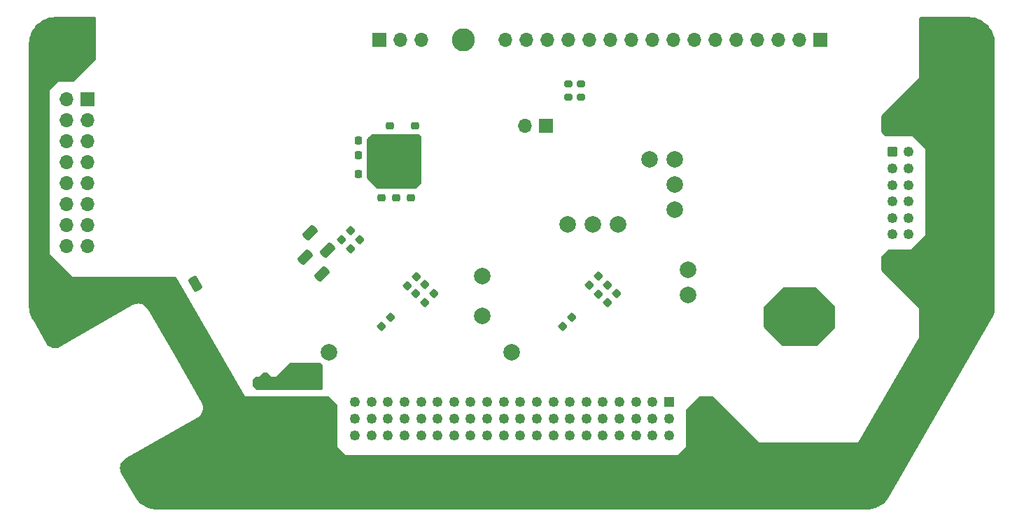
<source format=gbs>
%TF.GenerationSoftware,KiCad,Pcbnew,7.0.1-0*%
%TF.CreationDate,2023-07-11T13:22:56-05:00*%
%TF.ProjectId,plenum,706c656e-756d-42e6-9b69-6361645f7063,2*%
%TF.SameCoordinates,PXbe27330PY316a640*%
%TF.FileFunction,Soldermask,Bot*%
%TF.FilePolarity,Negative*%
%FSLAX46Y46*%
G04 Gerber Fmt 4.6, Leading zero omitted, Abs format (unit mm)*
G04 Created by KiCad (PCBNEW 7.0.1-0) date 2023-07-11 13:22:56*
%MOMM*%
%LPD*%
G01*
G04 APERTURE LIST*
G04 Aperture macros list*
%AMRoundRect*
0 Rectangle with rounded corners*
0 $1 Rounding radius*
0 $2 $3 $4 $5 $6 $7 $8 $9 X,Y pos of 4 corners*
0 Add a 4 corners polygon primitive as box body*
4,1,4,$2,$3,$4,$5,$6,$7,$8,$9,$2,$3,0*
0 Add four circle primitives for the rounded corners*
1,1,$1+$1,$2,$3*
1,1,$1+$1,$4,$5*
1,1,$1+$1,$6,$7*
1,1,$1+$1,$8,$9*
0 Add four rect primitives between the rounded corners*
20,1,$1+$1,$2,$3,$4,$5,0*
20,1,$1+$1,$4,$5,$6,$7,0*
20,1,$1+$1,$6,$7,$8,$9,0*
20,1,$1+$1,$8,$9,$2,$3,0*%
%AMFreePoly0*
4,1,21,-0.625000,0.375000,-0.605970,0.470671,-0.551777,0.551777,-0.470671,0.605970,-0.375000,0.625000,0.375000,0.625000,0.470671,0.605970,0.551777,0.551777,0.605970,0.470671,0.625000,0.375000,0.625000,-0.375000,0.605970,-0.470671,0.551777,-0.551777,0.470671,-0.605970,0.375000,-0.625000,-0.375000,-0.625000,-0.470671,-0.605970,-0.551777,-0.551777,-0.605970,-0.470671,-0.625000,-0.375000,
-0.625000,0.375000,-0.625000,0.375000,$1*%
G04 Aperture macros list end*
%ADD10RoundRect,0.225000X0.017678X-0.335876X0.335876X-0.017678X-0.017678X0.335876X-0.335876X0.017678X0*%
%ADD11RoundRect,0.250000X0.689429X0.229810X0.229810X0.689429X-0.689429X-0.229810X-0.229810X-0.689429X0*%
%ADD12C,5.892800*%
%ADD13C,2.000000*%
%ADD14RoundRect,0.225000X-0.017678X0.335876X-0.335876X0.017678X0.017678X-0.335876X0.335876X-0.017678X0*%
%ADD15C,2.800000*%
%ADD16R,1.700000X1.700000*%
%ADD17O,1.700000X1.700000*%
%ADD18C,1.500000*%
%ADD19C,3.000000*%
%ADD20RoundRect,0.312500X0.312500X-0.312500X0.312500X0.312500X-0.312500X0.312500X-0.312500X-0.312500X0*%
%ADD21C,1.250000*%
%ADD22C,3.500000*%
%ADD23FreePoly0,90.000000*%
%ADD24RoundRect,0.250000X1.075000X-0.312500X1.075000X0.312500X-1.075000X0.312500X-1.075000X-0.312500X0*%
%ADD25RoundRect,0.250000X-0.689429X-0.229810X-0.229810X-0.689429X0.689429X0.229810X0.229810X0.689429X0*%
%ADD26RoundRect,0.225000X0.250000X-0.225000X0.250000X0.225000X-0.250000X0.225000X-0.250000X-0.225000X0*%
%ADD27RoundRect,0.225000X-0.225000X-0.250000X0.225000X-0.250000X0.225000X0.250000X-0.225000X0.250000X0*%
%ADD28RoundRect,0.250000X-0.043542X0.725417X-0.606458X0.400417X0.043542X-0.725417X0.606458X-0.400417X0*%
%ADD29RoundRect,0.200000X-0.275000X0.200000X-0.275000X-0.200000X0.275000X-0.200000X0.275000X0.200000X0*%
%ADD30RoundRect,0.225000X-0.250000X0.225000X-0.250000X-0.225000X0.250000X-0.225000X0.250000X0.225000X0*%
G04 APERTURE END LIST*
D10*
%TO.C,C53*%
X-75224008Y-23408008D03*
X-74127992Y-22311992D03*
%TD*%
D11*
%TO.C,C51*%
X-77570017Y-27585983D03*
X-79655983Y-25500017D03*
%TD*%
D12*
%TO.C,H4*%
X-88265000Y-52070000D03*
%TD*%
%TO.C,H3*%
X-15875000Y-52070000D03*
%TD*%
%TO.C,H2*%
X-109220000Y0D03*
%TD*%
%TO.C,H1*%
X0Y0D03*
%TD*%
D13*
%TO.C,TP13*%
X-58166000Y-32639000D03*
%TD*%
%TO.C,TP16*%
X-76708000Y-37084000D03*
%TD*%
%TO.C,TP4*%
X-44831000Y-21590000D03*
%TD*%
D14*
%TO.C,C52*%
X-74081008Y-24551008D03*
X-72984992Y-23454992D03*
%TD*%
D13*
%TO.C,TP2*%
X-54610000Y-37084000D03*
%TD*%
D15*
%TO.C,TP1*%
X-60452000Y762000D03*
%TD*%
D16*
%TO.C,J7*%
X-17272000Y762000D03*
D17*
X-19812000Y762000D03*
X-22352000Y762000D03*
X-24892000Y762000D03*
X-27432000Y762000D03*
X-29972000Y762000D03*
X-32512000Y762000D03*
X-35052000Y762000D03*
X-37592000Y762000D03*
X-40132000Y762000D03*
X-42672000Y762000D03*
X-45212000Y762000D03*
X-47752000Y762000D03*
X-50292000Y762000D03*
X-52832000Y762000D03*
X-55372000Y762000D03*
%TD*%
D16*
%TO.C,J9*%
X-70612000Y762000D03*
D17*
X-68072000Y762000D03*
X-65532000Y762000D03*
%TD*%
D18*
%TO.C,J5*%
X-90982481Y-38921689D03*
X-94482481Y-32859511D03*
%TD*%
D13*
%TO.C,TP5*%
X-34925000Y-19812000D03*
%TD*%
%TO.C,TP14*%
X-47879000Y-21590000D03*
%TD*%
%TO.C,TP6*%
X-34925000Y-16764000D03*
%TD*%
%TO.C,TP12*%
X-58166000Y-27813000D03*
%TD*%
%TO.C,TP11*%
X-41783000Y-21590000D03*
%TD*%
D19*
%TO.C,J4*%
X-7620000Y-26280000D03*
X-7620000Y-9280000D03*
D20*
X-8620000Y-12780000D03*
D21*
X-8620000Y-14780000D03*
X-8620000Y-16780000D03*
X-8620000Y-18780000D03*
X-8620000Y-20780000D03*
X-8620000Y-22780000D03*
X-6620000Y-12780000D03*
X-6620000Y-14780000D03*
X-6620000Y-16780000D03*
X-6620000Y-18780000D03*
X-6620000Y-20780000D03*
X-6620000Y-22780000D03*
%TD*%
D16*
%TO.C,J1*%
X-50541000Y-9652000D03*
D17*
X-53081000Y-9652000D03*
%TD*%
D13*
%TO.C,TP9*%
X-33274000Y-27051000D03*
%TD*%
%TO.C,TP8*%
X-37973000Y-13716000D03*
%TD*%
%TO.C,TP10*%
X-33274000Y-30099000D03*
%TD*%
D22*
%TO.C,J3*%
X-78110000Y-45085000D03*
X-31110000Y-45085000D03*
D23*
X-35610000Y-43085000D03*
D21*
X-37610000Y-43085000D03*
X-39610000Y-43085000D03*
X-41610000Y-43085000D03*
X-43610000Y-43085000D03*
X-45610000Y-43085000D03*
X-47610000Y-43085000D03*
X-49610000Y-43085000D03*
X-51610000Y-43085000D03*
X-53610000Y-43085000D03*
X-55610000Y-43085000D03*
X-57610000Y-43085000D03*
X-59610000Y-43085000D03*
X-61610000Y-43085000D03*
X-63610000Y-43085000D03*
X-65610000Y-43085000D03*
X-67610000Y-43085000D03*
X-69610000Y-43085000D03*
X-71610000Y-43085000D03*
X-73610000Y-43085000D03*
X-35610000Y-45085000D03*
X-37610000Y-45085000D03*
X-39610000Y-45085000D03*
X-41610000Y-45085000D03*
X-43610000Y-45085000D03*
X-45610000Y-45085000D03*
X-47610000Y-45085000D03*
X-49610000Y-45085000D03*
X-51610000Y-45085000D03*
X-53610000Y-45085000D03*
X-55610000Y-45085000D03*
X-57610000Y-45085000D03*
X-59610000Y-45085000D03*
X-61610000Y-45085000D03*
X-63610000Y-45085000D03*
X-65610000Y-45085000D03*
X-67610000Y-45085000D03*
X-69610000Y-45085000D03*
X-71610000Y-45085000D03*
X-73610000Y-45085000D03*
X-35610000Y-47085000D03*
X-37610000Y-47085000D03*
X-39610000Y-47085000D03*
X-41610000Y-47085000D03*
X-43610000Y-47085000D03*
X-45610000Y-47085000D03*
X-47610000Y-47085000D03*
X-49610000Y-47085000D03*
X-51610000Y-47085000D03*
X-53610000Y-47085000D03*
X-55610000Y-47085000D03*
X-57610000Y-47085000D03*
X-59610000Y-47085000D03*
X-61610000Y-47085000D03*
X-63610000Y-47085000D03*
X-65610000Y-47085000D03*
X-67610000Y-47085000D03*
X-69610000Y-47085000D03*
X-71610000Y-47085000D03*
X-73610000Y-47085000D03*
%TD*%
D13*
%TO.C,TP7*%
X-34925000Y-13716000D03*
%TD*%
D24*
%TO.C,R11*%
X-84455000Y-43626500D03*
X-84455000Y-40701500D03*
%TD*%
D14*
%TO.C,C32*%
X-69301992Y-32852992D03*
X-70398008Y-33949008D03*
%TD*%
D25*
%TO.C,C50*%
X-76935017Y-24664983D03*
X-79020983Y-22579017D03*
%TD*%
D10*
%TO.C,C30*%
X-65148357Y-31052274D03*
X-64052341Y-29956258D03*
%TD*%
D14*
%TO.C,C33*%
X-47330992Y-32852992D03*
X-48427008Y-33949008D03*
%TD*%
D26*
%TO.C,C6*%
X-66802000Y-18301000D03*
X-66802000Y-16751000D03*
%TD*%
D27*
%TO.C,C10*%
X-73165000Y-15494000D03*
X-71615000Y-15494000D03*
%TD*%
D10*
%TO.C,C36*%
X-66225988Y-29974644D03*
X-65129972Y-28878628D03*
%TD*%
D26*
%TO.C,C9*%
X-70358000Y-18301000D03*
X-70358000Y-16751000D03*
%TD*%
D28*
%TO.C,C49*%
X-92956613Y-28726500D03*
X-95511387Y-30201500D03*
%TD*%
D10*
%TO.C,C37*%
X-44160235Y-29992578D03*
X-43064219Y-28896562D03*
%TD*%
%TO.C,C28*%
X-67223008Y-28996008D03*
X-66126992Y-27899992D03*
%TD*%
D16*
%TO.C,J2*%
X-105918000Y-6386830D03*
D17*
X-108458000Y-6386830D03*
X-105918000Y-8926830D03*
X-108458000Y-8926830D03*
X-105918000Y-11466830D03*
X-108458000Y-11466830D03*
X-105918000Y-14006830D03*
X-108458000Y-14006830D03*
X-105918000Y-16546830D03*
X-108458000Y-16546830D03*
X-105918000Y-19086830D03*
X-108458000Y-19086830D03*
X-105918000Y-21626830D03*
X-108458000Y-21626830D03*
X-105918000Y-24166830D03*
X-108458000Y-24166830D03*
%TD*%
D27*
%TO.C,C4*%
X-73165000Y-11430000D03*
X-71615000Y-11430000D03*
%TD*%
%TO.C,C8*%
X-73165000Y-13208000D03*
X-71615000Y-13208000D03*
%TD*%
D10*
%TO.C,C29*%
X-45228673Y-28905755D03*
X-44132657Y-27809739D03*
%TD*%
D29*
%TO.C,R26*%
X-47752000Y-4509000D03*
X-47752000Y-6159000D03*
%TD*%
D26*
%TO.C,C5*%
X-68580000Y-18301000D03*
X-68580000Y-16751000D03*
%TD*%
D30*
%TO.C,C11*%
X-66294000Y-9639000D03*
X-66294000Y-11189000D03*
%TD*%
%TO.C,C7*%
X-69342000Y-9639000D03*
X-69342000Y-11189000D03*
%TD*%
D29*
%TO.C,R25*%
X-46228000Y-4509000D03*
X-46228000Y-6159000D03*
%TD*%
D10*
%TO.C,C31*%
X-43082604Y-31070209D03*
X-41986588Y-29974193D03*
%TD*%
G36*
X-104952300Y3542522D02*
G01*
X-104915478Y3505700D01*
X-104902000Y3455400D01*
X-104902000Y-1482330D01*
X-104909658Y-1520828D01*
X-104931465Y-1553465D01*
X-107666535Y-4288535D01*
X-107699172Y-4310342D01*
X-107737670Y-4318000D01*
X-109474000Y-4318000D01*
X-110490000Y-5334000D01*
X-110490000Y-25146000D01*
X-107696000Y-27940000D01*
X-95308001Y-27940000D01*
X-95257753Y-27953448D01*
X-95220939Y-27990196D01*
X-86868000Y-42418000D01*
X-76749670Y-42418000D01*
X-76711172Y-42425658D01*
X-76678535Y-42447465D01*
X-75721465Y-43404535D01*
X-75699658Y-43437172D01*
X-75692000Y-43475670D01*
X-75692000Y-48514000D01*
X-74676000Y-49530000D01*
X-34544000Y-49530000D01*
X-33528000Y-48514000D01*
X-33528000Y-43983670D01*
X-33520342Y-43945172D01*
X-33498535Y-43912535D01*
X-32033465Y-42447465D01*
X-32000828Y-42425658D01*
X-31962330Y-42418000D01*
X-30267670Y-42418000D01*
X-30229172Y-42425658D01*
X-30196535Y-42447465D01*
X-24638000Y-48006000D01*
X-12700000Y-48006000D01*
X-5334001Y-35306000D01*
X-5334000Y-35305998D01*
X-5334000Y-31750000D01*
X-9876535Y-27207465D01*
X-9898342Y-27174828D01*
X-9906000Y-27136330D01*
X-9906000Y-25441670D01*
X-9898342Y-25403172D01*
X-9876535Y-25370535D01*
X-9173465Y-24667465D01*
X-9140828Y-24645658D01*
X-9102330Y-24638000D01*
X-6350000Y-24638000D01*
X-4572000Y-22860000D01*
X-4572000Y-12446000D01*
X-6096000Y-10922000D01*
X-9356330Y-10922000D01*
X-9394828Y-10914342D01*
X-9427465Y-10892535D01*
X-9876535Y-10443465D01*
X-9898342Y-10410828D01*
X-9906000Y-10372330D01*
X-9906000Y-8423670D01*
X-9898342Y-8385172D01*
X-9876535Y-8352535D01*
X-5334000Y-3810000D01*
X-5334000Y3455400D01*
X-5320522Y3505700D01*
X-5283700Y3542522D01*
X-5233400Y3556000D01*
X632172Y3556000D01*
X637813Y3555842D01*
X984845Y3536353D01*
X996055Y3535090D01*
X1335938Y3477342D01*
X1346937Y3474831D01*
X1678208Y3379394D01*
X1688856Y3375668D01*
X2007363Y3243738D01*
X2017527Y3238843D01*
X2319257Y3072082D01*
X2328809Y3066080D01*
X2609968Y2866587D01*
X2618789Y2859554D01*
X2875851Y2629829D01*
X2883828Y2621852D01*
X3113553Y2364790D01*
X3120586Y2355969D01*
X3320079Y2074810D01*
X3326081Y2065258D01*
X3492842Y1763528D01*
X3497737Y1753364D01*
X3629667Y1434857D01*
X3633393Y1424209D01*
X3728830Y1092938D01*
X3731341Y1081939D01*
X3789089Y742056D01*
X3790352Y730846D01*
X3809842Y383813D01*
X3810000Y378172D01*
X3810000Y-31503134D01*
X3809862Y-31508403D01*
X3792871Y-31832384D01*
X3791771Y-31842851D01*
X3741434Y-32160688D01*
X3739244Y-32170989D01*
X3655963Y-32481802D01*
X3652710Y-32491816D01*
X3537393Y-32792237D01*
X3533110Y-32801857D01*
X3385820Y-33090934D01*
X3383306Y-33095563D01*
X-8999934Y-54543966D01*
X-9003003Y-54548942D01*
X-9201046Y-54850089D01*
X-9208035Y-54859478D01*
X-9437835Y-55133341D01*
X-9445863Y-55141850D01*
X-9705901Y-55387181D01*
X-9714864Y-55394701D01*
X-10001629Y-55608186D01*
X-10011402Y-55614614D01*
X-10321004Y-55793361D01*
X-10331459Y-55798612D01*
X-10659728Y-55940211D01*
X-10670721Y-55944212D01*
X-11013205Y-56046742D01*
X-11024589Y-56049440D01*
X-11376661Y-56111517D01*
X-11388280Y-56112875D01*
X-11748107Y-56133830D01*
X-11753956Y-56134000D01*
X-97466046Y-56134000D01*
X-97471894Y-56133830D01*
X-97831721Y-56112878D01*
X-97843344Y-56111519D01*
X-98195410Y-56049434D01*
X-98206792Y-56046736D01*
X-98549269Y-55944201D01*
X-98560262Y-55940200D01*
X-98888524Y-55798598D01*
X-98898978Y-55793348D01*
X-99208581Y-55614597D01*
X-99218355Y-55608169D01*
X-99505118Y-55394682D01*
X-99514080Y-55387162D01*
X-99774122Y-55141827D01*
X-99782150Y-55133318D01*
X-100011944Y-54859465D01*
X-100018929Y-54850082D01*
X-100216995Y-54548946D01*
X-100220068Y-54543964D01*
X-101861923Y-51700189D01*
X-101865970Y-51692417D01*
X-101953981Y-51503744D01*
X-101959984Y-51487253D01*
X-102012723Y-51290430D01*
X-102015768Y-51273160D01*
X-102033527Y-51070159D01*
X-102033527Y-51052623D01*
X-102015765Y-50849625D01*
X-102012720Y-50832355D01*
X-101959975Y-50635520D01*
X-101953977Y-50619042D01*
X-101867855Y-50434360D01*
X-101859087Y-50419174D01*
X-101742203Y-50252252D01*
X-101730930Y-50238818D01*
X-101586833Y-50094728D01*
X-101573400Y-50083457D01*
X-101402867Y-49964055D01*
X-101395467Y-49959341D01*
X-92600444Y-44881532D01*
X-92419092Y-44754590D01*
X-92262557Y-44598045D01*
X-92135584Y-44416696D01*
X-92042032Y-44216063D01*
X-91984738Y-44002221D01*
X-91965446Y-43781689D01*
X-91984741Y-43561153D01*
X-92042038Y-43347322D01*
X-92135598Y-43146679D01*
X-95413095Y-37469886D01*
X-98690593Y-31793092D01*
X-98817521Y-31611712D01*
X-98974065Y-31455177D01*
X-99155412Y-31328203D01*
X-99356056Y-31234648D01*
X-99569899Y-31177354D01*
X-99790433Y-31158067D01*
X-100010976Y-31177367D01*
X-100224805Y-31234670D01*
X-100425455Y-31328240D01*
X-109220442Y-36406029D01*
X-109228259Y-36410097D01*
X-109416971Y-36498013D01*
X-109433416Y-36503995D01*
X-109630254Y-36556739D01*
X-109647523Y-36559784D01*
X-109850513Y-36577545D01*
X-109868047Y-36577545D01*
X-110071032Y-36559791D01*
X-110088301Y-36556747D01*
X-110285128Y-36504014D01*
X-110301606Y-36498017D01*
X-110486283Y-36411910D01*
X-110501469Y-36403143D01*
X-110668386Y-36286278D01*
X-110681819Y-36275008D01*
X-110825913Y-36130931D01*
X-110837185Y-36117499D01*
X-110956598Y-35946984D01*
X-110961317Y-35939577D01*
X-112603313Y-33095555D01*
X-112605826Y-33090927D01*
X-112753116Y-32801858D01*
X-112757399Y-32792238D01*
X-112872719Y-32491823D01*
X-112875973Y-32481808D01*
X-112959256Y-32170990D01*
X-112961445Y-32160690D01*
X-113011785Y-31842851D01*
X-113012886Y-31832378D01*
X-113029862Y-31508405D01*
X-113030000Y-31503141D01*
X-113030000Y378172D01*
X-113029842Y383813D01*
X-113010353Y730846D01*
X-113009090Y742056D01*
X-112951342Y1081939D01*
X-112948831Y1092938D01*
X-112853394Y1424209D01*
X-112849668Y1434857D01*
X-112717738Y1753364D01*
X-112712843Y1763528D01*
X-112546082Y2065258D01*
X-112540080Y2074810D01*
X-112340587Y2355969D01*
X-112333554Y2364790D01*
X-112103829Y2621852D01*
X-112095852Y2629829D01*
X-111838790Y2859554D01*
X-111829969Y2866587D01*
X-111548810Y3066080D01*
X-111539258Y3072082D01*
X-111237528Y3238843D01*
X-111227364Y3243738D01*
X-110908857Y3375668D01*
X-110898209Y3379394D01*
X-110566938Y3474831D01*
X-110555939Y3477342D01*
X-110216056Y3535090D01*
X-110204846Y3536353D01*
X-109857813Y3555842D01*
X-109852172Y3556000D01*
X-105002600Y3556000D01*
X-104952300Y3542522D01*
G37*
G36*
X-17783172Y-29217658D02*
G01*
X-17750535Y-29239465D01*
X-15523465Y-31466535D01*
X-15501658Y-31499172D01*
X-15494000Y-31537670D01*
X-15494000Y-33994330D01*
X-15501658Y-34032828D01*
X-15523465Y-34065465D01*
X-17750535Y-36292535D01*
X-17783172Y-36314342D01*
X-17821670Y-36322000D01*
X-21802330Y-36322000D01*
X-21840828Y-36314342D01*
X-21873465Y-36292535D01*
X-24100535Y-34065465D01*
X-24122342Y-34032828D01*
X-24130000Y-33994330D01*
X-24130000Y-31537670D01*
X-24122342Y-31499172D01*
X-24100535Y-31466535D01*
X-21873465Y-29239465D01*
X-21840828Y-29217658D01*
X-21802330Y-29210000D01*
X-17821670Y-29210000D01*
X-17783172Y-29217658D01*
G37*
G36*
X-77727172Y-38361658D02*
G01*
X-77694535Y-38383465D01*
X-77499465Y-38578535D01*
X-77477658Y-38611172D01*
X-77470000Y-38649670D01*
X-77470000Y-41360330D01*
X-77477658Y-41398828D01*
X-77499465Y-41431465D01*
X-77694535Y-41626535D01*
X-77727172Y-41648342D01*
X-77765670Y-41656000D01*
X-85429330Y-41656000D01*
X-85467828Y-41648342D01*
X-85500465Y-41626535D01*
X-85949535Y-41177465D01*
X-85971342Y-41144828D01*
X-85979000Y-41106330D01*
X-85979000Y-40427670D01*
X-85971342Y-40389172D01*
X-85949535Y-40356535D01*
X-85627465Y-40034465D01*
X-85594828Y-40012658D01*
X-85556330Y-40005000D01*
X-85217000Y-40005000D01*
X-84738465Y-39526465D01*
X-84705828Y-39504658D01*
X-84667330Y-39497000D01*
X-84242670Y-39497000D01*
X-84204172Y-39504658D01*
X-84171535Y-39526465D01*
X-83693000Y-40005000D01*
X-83185000Y-40005000D01*
X-81563465Y-38383465D01*
X-81530828Y-38361658D01*
X-81492330Y-38354000D01*
X-77765670Y-38354000D01*
X-77727172Y-38361658D01*
G37*
G36*
X-65789909Y-10677439D02*
G01*
X-65749681Y-10704319D01*
X-65568319Y-10885681D01*
X-65541439Y-10925909D01*
X-65532000Y-10973362D01*
X-65532000Y-16458638D01*
X-65541439Y-16506091D01*
X-65568319Y-16546319D01*
X-66257681Y-17235681D01*
X-66297909Y-17262561D01*
X-66345362Y-17272000D01*
X-70814638Y-17272000D01*
X-70862091Y-17262561D01*
X-70902319Y-17235681D01*
X-72099681Y-16038319D01*
X-72126561Y-15998091D01*
X-72136000Y-15950638D01*
X-72136000Y-11227362D01*
X-72126561Y-11179909D01*
X-72099681Y-11139681D01*
X-71664319Y-10704319D01*
X-71624091Y-10677439D01*
X-71576638Y-10668000D01*
X-65837362Y-10668000D01*
X-65789909Y-10677439D01*
G37*
M02*

</source>
